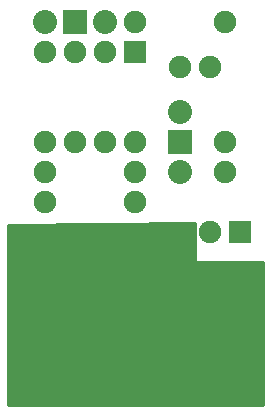
<source format=gbs>
G04 (created by PCBNEW-RS274X (2012-01-19 BZR 3256)-stable) date 2013-07-01 19:01:18*
G01*
G70*
G90*
%MOIN*%
G04 Gerber Fmt 3.4, Leading zero omitted, Abs format*
%FSLAX34Y34*%
G04 APERTURE LIST*
%ADD10C,0.006000*%
%ADD11R,0.144600X0.144600*%
%ADD12C,0.117600*%
%ADD13C,0.075000*%
%ADD14R,0.075000X0.075000*%
%ADD15C,0.080000*%
%ADD16R,0.179500X0.179500*%
%ADD17R,0.080000X0.080000*%
%ADD18C,0.010000*%
G04 APERTURE END LIST*
G54D10*
G54D11*
X26000Y-19000D03*
G54D12*
X26000Y-20750D03*
G54D13*
X32000Y-09000D03*
X29000Y-09000D03*
X26000Y-15000D03*
X29000Y-15000D03*
G54D14*
X29000Y-10000D03*
G54D13*
X28000Y-10000D03*
X27000Y-10000D03*
X26000Y-10000D03*
X26000Y-13000D03*
X27000Y-13000D03*
X28000Y-13000D03*
X29000Y-13000D03*
G54D14*
X32500Y-16000D03*
G54D13*
X31500Y-16000D03*
X32000Y-14000D03*
X32000Y-13000D03*
X30500Y-10500D03*
X31500Y-10500D03*
X26000Y-14000D03*
X29000Y-14000D03*
G54D15*
X28000Y-16500D03*
X26000Y-16500D03*
X30000Y-16500D03*
G54D16*
X30000Y-19000D03*
X32000Y-19000D03*
X28000Y-19000D03*
G54D15*
X28000Y-09000D03*
G54D17*
X27000Y-09000D03*
G54D15*
X26000Y-09000D03*
X30500Y-14000D03*
G54D17*
X30500Y-13000D03*
G54D15*
X30500Y-12000D03*
G54D10*
G36*
X33250Y-21750D02*
X33250Y-17000D01*
X31000Y-17000D01*
X31000Y-15700D01*
X24750Y-15750D01*
X24750Y-21750D01*
X33250Y-21750D01*
X33250Y-21750D01*
G37*
G54D18*
X33250Y-21750D02*
X33250Y-17000D01*
X31000Y-17000D01*
X31000Y-15700D01*
X24750Y-15750D01*
X24750Y-21750D01*
X33250Y-21750D01*
M02*

</source>
